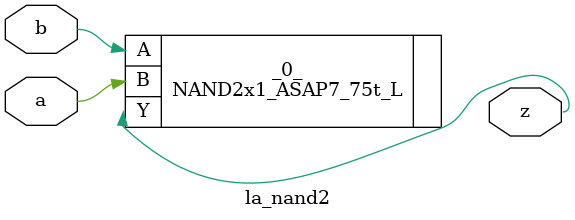
<source format=v>

/* Generated by Yosys 0.40 (git sha1 a1bb0255d, g++ 11.4.0-1ubuntu1~22.04 -fPIC -Os) */

module la_nand2(a, b, z);
  input a;
  wire a;
  input b;
  wire b;
  output z;
  wire z;
  NAND2x1_ASAP7_75t_L _0_ (
    .A(b),
    .B(a),
    .Y(z)
  );
endmodule

</source>
